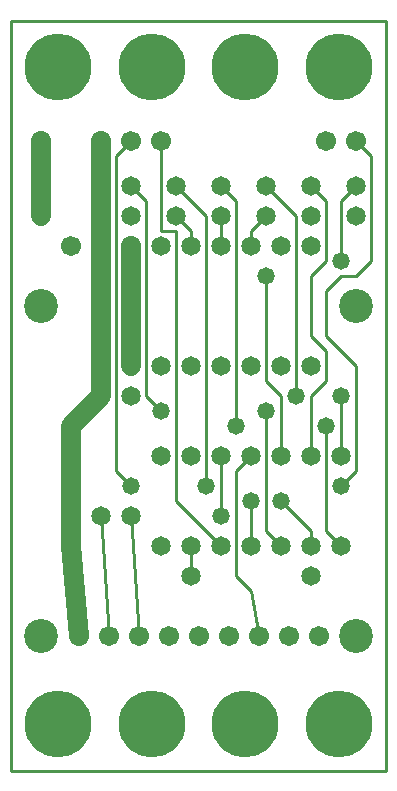
<source format=gtl>
%MOIN*%
%FSLAX25Y25*%
G04 D10 used for Character Trace; *
G04     Circle (OD=.01000) (No hole)*
G04 D11 used for Power Trace; *
G04     Circle (OD=.06700) (No hole)*
G04 D12 used for Signal Trace; *
G04     Circle (OD=.01100) (No hole)*
G04 D13 used for Via; *
G04     Circle (OD=.05800) (Round. Hole ID=.02800)*
G04 D14 used for Component hole; *
G04     Circle (OD=.06500) (Round. Hole ID=.03500)*
G04 D15 used for Component hole; *
G04     Circle (OD=.06700) (Round. Hole ID=.04300)*
G04 D16 used for Component hole; *
G04     Circle (OD=.08100) (Round. Hole ID=.05100)*
G04 D17 used for Component hole; *
G04     Circle (OD=.08900) (Round. Hole ID=.05900)*
G04 D18 used for Component hole; *
G04     Circle (OD=.11300) (Round. Hole ID=.08300)*
G04 D19 used for Component hole; *
G04     Circle (OD=.16000) (Round. Hole ID=.13000)*
G04 D20 used for Component hole; *
G04     Circle (OD=.18300) (Round. Hole ID=.15300)*
G04 D21 used for Component hole; *
G04     Circle (OD=.22291) (Round. Hole ID=.19291)*
%ADD10C,.01000*%
%ADD11C,.06700*%
%ADD12C,.01100*%
%ADD13C,.05800*%
%ADD14C,.06500*%
%ADD15C,.06700*%
%ADD16C,.08100*%
%ADD17C,.08900*%
%ADD18C,.11300*%
%ADD19C,.16000*%
%ADD20C,.18300*%
%ADD21C,.22291*%
%IPPOS*%
%LPD*%
G90*X0Y0D02*D21*X15625Y15625D03*D15*              
X42500Y45000D03*D12*X40000Y85000D01*D14*D03*      
X50000Y75000D03*D13*X40000Y95000D03*D12*          
X35000Y100000D01*Y205000D01*X40000Y210000D01*D15* 
D03*X50000D03*D12*Y180000D01*X55000D01*Y90000D01* 
X70000Y75000D01*D14*D03*X60000Y65000D03*D12*      
Y75000D01*D14*D03*D13*X70000Y85000D03*D12*        
Y105000D01*D14*D03*D12*X75000Y65000D02*Y100000D01*
X80000Y60000D02*X75000Y65000D01*X82500Y45000D02*  
X80000Y60000D01*D15*X82500Y45000D03*X92500D03*    
X72500D03*D14*X100000Y65000D03*D15*               
X102500Y45000D03*X62500D03*D21*X109375Y15625D03*  
D14*X110000Y75000D03*D12*X105000Y80000D01*        
Y115000D01*D13*D03*X95000Y125000D03*D12*          
Y185000D01*X85000Y195000D01*D14*D03*Y185000D03*   
D12*X80000Y180000D01*Y175000D01*D14*D03*          
X70000Y185000D03*D12*Y175000D01*D14*D03*D12*      
X60000D02*Y180000D01*D14*Y175000D03*D12*          
Y180000D02*X55000Y185000D01*D14*D03*D12*          
X45000Y125000D02*Y190000D01*X50000Y120000D02*     
X45000Y125000D01*D13*X50000Y120000D03*D14*        
X40000Y125000D03*X60000Y135000D03*X50000D03*      
Y105000D03*D13*X40000Y135000D03*D11*Y175000D01*   
D15*D03*D14*X30000Y185000D03*D11*Y175000D01*D15*  
D03*D11*Y125000D01*D14*D03*D11*X20000Y115000D01*  
Y75000D01*D13*D03*D11*X22500Y45000D01*D15*D03*    
X32500D03*D12*X30000Y85000D01*D14*D03*            
X60000Y105000D03*D13*X65000Y95000D03*D12*         
Y185000D01*X55000Y195000D01*D14*D03*D12*          
X45000Y190000D02*X40000Y195000D01*D14*D03*D11*    
X30000Y185000D02*Y195000D01*D14*D03*D11*          
Y210000D01*D15*D03*X10000D03*D11*Y195000D01*D14*  
D03*D11*Y185000D01*D14*D03*D15*X20000Y175000D03*  
D14*X40000Y185000D03*D18*X10000Y155000D03*D14*    
X50000Y175000D03*D21*X46875Y234375D03*X15625D03*  
D14*X70000Y135000D03*Y195000D03*D12*              
X75000Y190000D01*Y115000D01*D13*D03*              
X85000Y120000D03*D12*Y80000D01*X90000Y75000D01*   
D14*D03*X100000D03*D12*Y80000D01*X90000Y90000D01* 
D13*D03*X80000D03*D12*Y75000D01*D14*D03*D12*      
X75000Y100000D02*X80000Y105000D01*D14*D03*        
X90000D03*D12*Y125000D01*X85000Y130000D01*        
Y165000D01*D13*D03*D14*X90000Y175000D03*D12*      
X100000Y145000D02*Y165000D01*X105000Y140000D02*   
X100000Y145000D01*X105000Y130000D02*Y140000D01*   
X100000Y125000D02*X105000Y130000D01*              
X100000Y105000D02*Y125000D01*D14*Y105000D03*D13*  
X110000Y95000D03*D12*X115000Y100000D01*Y135000D01*
X105000Y145000D01*Y160000D01*X110000Y165000D01*   
X115000D01*X120000Y170000D01*Y205000D01*          
X115000Y210000D01*D15*D03*X105000D03*D14*         
X100000Y195000D03*D12*X105000Y190000D01*          
Y170000D01*X100000Y165000D01*D14*Y175000D03*D13*  
X110000Y170000D03*D12*Y190000D01*                 
X115000Y195000D01*D14*D03*Y185000D03*X100000D03*  
D18*X115000Y155000D03*D21*X109375Y234375D03*      
X78125D03*D12*X125000Y0D02*Y250000D01*X0Y0D02*    
X125000D01*X0D02*Y250000D01*X125000D01*D14*       
X80000Y135000D03*X90000D03*X100000D03*D13*        
X110000Y125000D03*D12*Y105000D01*D14*D03*D15*     
X52500Y45000D03*D18*X115000D03*D21*               
X46875Y15625D03*X78125D03*D18*X10000Y45000D03*M02*

</source>
